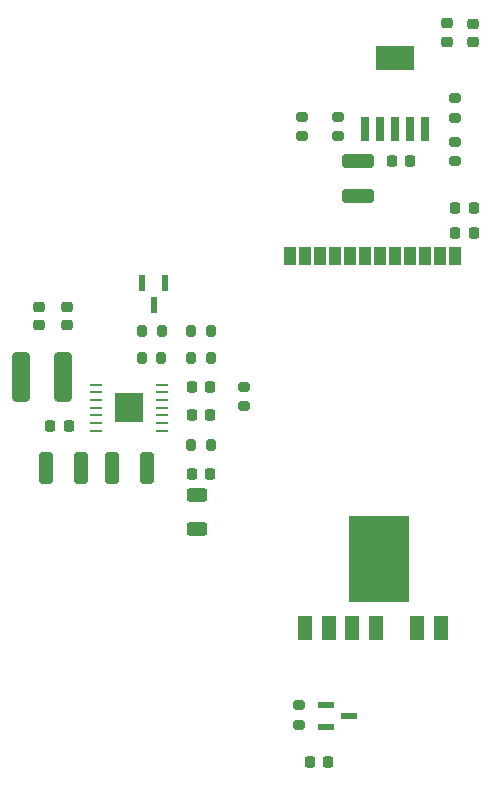
<source format=gtp>
%TF.GenerationSoftware,KiCad,Pcbnew,8.0.5*%
%TF.CreationDate,2024-12-07T16:09:03-08:00*%
%TF.ProjectId,RPi_interface,5250695f-696e-4746-9572-666163652e6b,1.2*%
%TF.SameCoordinates,Original*%
%TF.FileFunction,Paste,Top*%
%TF.FilePolarity,Positive*%
%FSLAX46Y46*%
G04 Gerber Fmt 4.6, Leading zero omitted, Abs format (unit mm)*
G04 Created by KiCad (PCBNEW 8.0.5) date 2024-12-07 16:09:03*
%MOMM*%
%LPD*%
G01*
G04 APERTURE LIST*
G04 Aperture macros list*
%AMRoundRect*
0 Rectangle with rounded corners*
0 $1 Rounding radius*
0 $2 $3 $4 $5 $6 $7 $8 $9 X,Y pos of 4 corners*
0 Add a 4 corners polygon primitive as box body*
4,1,4,$2,$3,$4,$5,$6,$7,$8,$9,$2,$3,0*
0 Add four circle primitives for the rounded corners*
1,1,$1+$1,$2,$3*
1,1,$1+$1,$4,$5*
1,1,$1+$1,$6,$7*
1,1,$1+$1,$8,$9*
0 Add four rect primitives between the rounded corners*
20,1,$1+$1,$2,$3,$4,$5,0*
20,1,$1+$1,$4,$5,$6,$7,0*
20,1,$1+$1,$6,$7,$8,$9,0*
20,1,$1+$1,$8,$9,$2,$3,0*%
G04 Aperture macros list end*
%ADD10C,0.000000*%
%ADD11RoundRect,0.200000X0.275000X-0.200000X0.275000X0.200000X-0.275000X0.200000X-0.275000X-0.200000X0*%
%ADD12R,1.320800X0.558800*%
%ADD13RoundRect,0.225000X-0.225000X-0.250000X0.225000X-0.250000X0.225000X0.250000X-0.225000X0.250000X0*%
%ADD14R,0.650000X2.000000*%
%ADD15R,3.200000X2.000000*%
%ADD16RoundRect,0.250000X-0.325000X-1.100000X0.325000X-1.100000X0.325000X1.100000X-0.325000X1.100000X0*%
%ADD17RoundRect,0.333000X0.417000X1.767000X-0.417000X1.767000X-0.417000X-1.767000X0.417000X-1.767000X0*%
%ADD18RoundRect,0.200000X-0.275000X0.200000X-0.275000X-0.200000X0.275000X-0.200000X0.275000X0.200000X0*%
%ADD19RoundRect,0.218750X0.218750X0.256250X-0.218750X0.256250X-0.218750X-0.256250X0.218750X-0.256250X0*%
%ADD20RoundRect,0.200000X-0.200000X-0.275000X0.200000X-0.275000X0.200000X0.275000X-0.200000X0.275000X0*%
%ADD21R,0.975000X1.500000*%
%ADD22R,1.300000X2.000000*%
%ADD23R,5.100000X7.300000*%
%ADD24R,1.120140X0.213360*%
%ADD25R,1.617000X1.722000*%
%ADD26RoundRect,0.225000X0.250000X-0.225000X0.250000X0.225000X-0.250000X0.225000X-0.250000X-0.225000X0*%
%ADD27RoundRect,0.250000X0.325000X1.100000X-0.325000X1.100000X-0.325000X-1.100000X0.325000X-1.100000X0*%
%ADD28RoundRect,0.250000X-0.625000X0.312500X-0.625000X-0.312500X0.625000X-0.312500X0.625000X0.312500X0*%
%ADD29R,0.558800X1.320800*%
%ADD30RoundRect,0.250000X1.100000X-0.325000X1.100000X0.325000X-1.100000X0.325000X-1.100000X-0.325000X0*%
%ADD31RoundRect,0.200000X0.200000X0.275000X-0.200000X0.275000X-0.200000X-0.275000X0.200000X-0.275000X0*%
G04 APERTURE END LIST*
D10*
%TO.C,U1*%
G36*
X110565941Y-83016329D02*
G01*
X108255941Y-83016329D01*
X108255941Y-80556329D01*
X110565941Y-80556329D01*
X110565941Y-83016329D01*
G37*
%TD*%
D11*
%TO.C,R6*%
X137050000Y-60900000D03*
X137050000Y-59250000D03*
%TD*%
D12*
%TO.C,Q2*%
X126135200Y-106922500D03*
X126135200Y-108827500D03*
X128014800Y-107875000D03*
%TD*%
D11*
%TO.C,R7*%
X137050000Y-57225000D03*
X137050000Y-55575000D03*
%TD*%
D13*
%TO.C,C8*%
X131675000Y-60900000D03*
X133225000Y-60900000D03*
%TD*%
D14*
%TO.C,U3*%
X129410000Y-58200000D03*
X130680000Y-58200000D03*
X131950000Y-58200000D03*
X133220000Y-58200000D03*
X134490000Y-58200000D03*
D15*
X131950000Y-52200000D03*
%TD*%
D11*
%TO.C,R11*%
X127150000Y-58815000D03*
X127150000Y-57165000D03*
%TD*%
D16*
%TO.C,C3*%
X107961341Y-86913659D03*
X110911341Y-86913659D03*
%TD*%
D17*
%TO.C,L1*%
X103836341Y-79213659D03*
X100236341Y-79213659D03*
%TD*%
D18*
%TO.C,R12*%
X124100000Y-57150000D03*
X124100000Y-58800000D03*
%TD*%
D19*
%TO.C,D1*%
X126300000Y-111750000D03*
X124725000Y-111750000D03*
%TD*%
D18*
%TO.C,R4*%
X119123841Y-79988659D03*
X119123841Y-81638659D03*
%TD*%
D13*
%TO.C,C10*%
X137050000Y-66950000D03*
X138600000Y-66950000D03*
%TD*%
D20*
%TO.C,R8*%
X110525000Y-75300000D03*
X112175000Y-75300000D03*
%TD*%
D21*
%TO.C,U2*%
X137060000Y-68910000D03*
X135790000Y-68910000D03*
X134520000Y-68910000D03*
X133250000Y-68910000D03*
X131980000Y-68910000D03*
X130710000Y-68910000D03*
X129440000Y-68910000D03*
X128170000Y-68910000D03*
X126900000Y-68910000D03*
X125630000Y-68910000D03*
X124360000Y-68910000D03*
X123090000Y-68910000D03*
D22*
X124310000Y-100450000D03*
X126310000Y-100450000D03*
X128310000Y-100450000D03*
X130310000Y-100450000D03*
X133830000Y-100450000D03*
X135830000Y-100450000D03*
D23*
X130560000Y-94550000D03*
%TD*%
D24*
%TO.C,U1*%
X112179541Y-83736363D03*
X112179541Y-83086350D03*
X112179541Y-82436341D03*
X112179541Y-81786329D03*
X112179541Y-81136317D03*
X112179541Y-80486308D03*
X112179541Y-79836295D03*
X106642341Y-79836295D03*
X106642341Y-80486308D03*
X106642341Y-81136317D03*
X106642341Y-81786329D03*
X106642341Y-82436341D03*
X106642341Y-83086350D03*
X106642341Y-83736363D03*
D25*
X109410941Y-81786329D03*
%TD*%
D26*
%TO.C,C2*%
X104161341Y-74788659D03*
X104161341Y-73238659D03*
%TD*%
D27*
%TO.C,C4*%
X105361341Y-86913659D03*
X102411341Y-86913659D03*
%TD*%
D13*
%TO.C,C5*%
X102761341Y-83313659D03*
X104311341Y-83313659D03*
%TD*%
D28*
%TO.C,R1*%
X115150000Y-89162500D03*
X115150000Y-92087500D03*
%TD*%
D13*
%TO.C,C7*%
X114748841Y-82413659D03*
X116298841Y-82413659D03*
%TD*%
%TO.C,C6*%
X114748841Y-79988659D03*
X116298841Y-79988659D03*
%TD*%
D29*
%TO.C,Q1*%
X112462500Y-71220400D03*
X110557500Y-71220400D03*
X111510000Y-73100000D03*
%TD*%
D30*
%TO.C,C14*%
X128800000Y-63835000D03*
X128800000Y-60885000D03*
%TD*%
D26*
%TO.C,C12*%
X136375000Y-50800000D03*
X136375000Y-49250000D03*
%TD*%
D20*
%TO.C,R9*%
X114698841Y-75300000D03*
X116348841Y-75300000D03*
%TD*%
D11*
%TO.C,R10*%
X123850000Y-108625000D03*
X123850000Y-106975000D03*
%TD*%
D13*
%TO.C,C11*%
X114748841Y-87413659D03*
X116298841Y-87413659D03*
%TD*%
D26*
%TO.C,C1*%
X101821341Y-74788659D03*
X101821341Y-73238659D03*
%TD*%
D13*
%TO.C,C9*%
X137050000Y-64850000D03*
X138600000Y-64850000D03*
%TD*%
D31*
%TO.C,R3*%
X116348841Y-84913659D03*
X114698841Y-84913659D03*
%TD*%
D26*
%TO.C,C13*%
X138520000Y-50845000D03*
X138520000Y-49295000D03*
%TD*%
D20*
%TO.C,R2*%
X110511341Y-77613659D03*
X112161341Y-77613659D03*
%TD*%
%TO.C,R5*%
X114698841Y-77613659D03*
X116348841Y-77613659D03*
%TD*%
M02*

</source>
